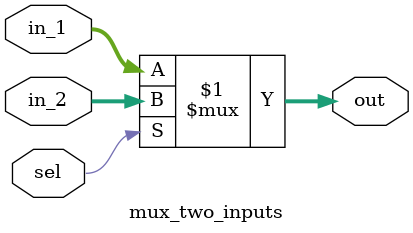
<source format=v>
module mux_two_inputs(input sel, 
		      input [31:0] in_1, 
		      input [31:0] in_2,
		      output [31:0] out);

	assign out = (sel) ? in_2 : in_1;

endmodule

</source>
